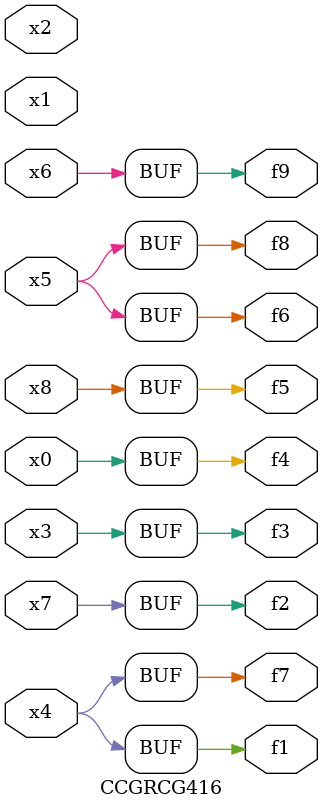
<source format=v>
module CCGRCG416(
	input x0, x1, x2, x3, x4, x5, x6, x7, x8,
	output f1, f2, f3, f4, f5, f6, f7, f8, f9
);
	assign f1 = x4;
	assign f2 = x7;
	assign f3 = x3;
	assign f4 = x0;
	assign f5 = x8;
	assign f6 = x5;
	assign f7 = x4;
	assign f8 = x5;
	assign f9 = x6;
endmodule

</source>
